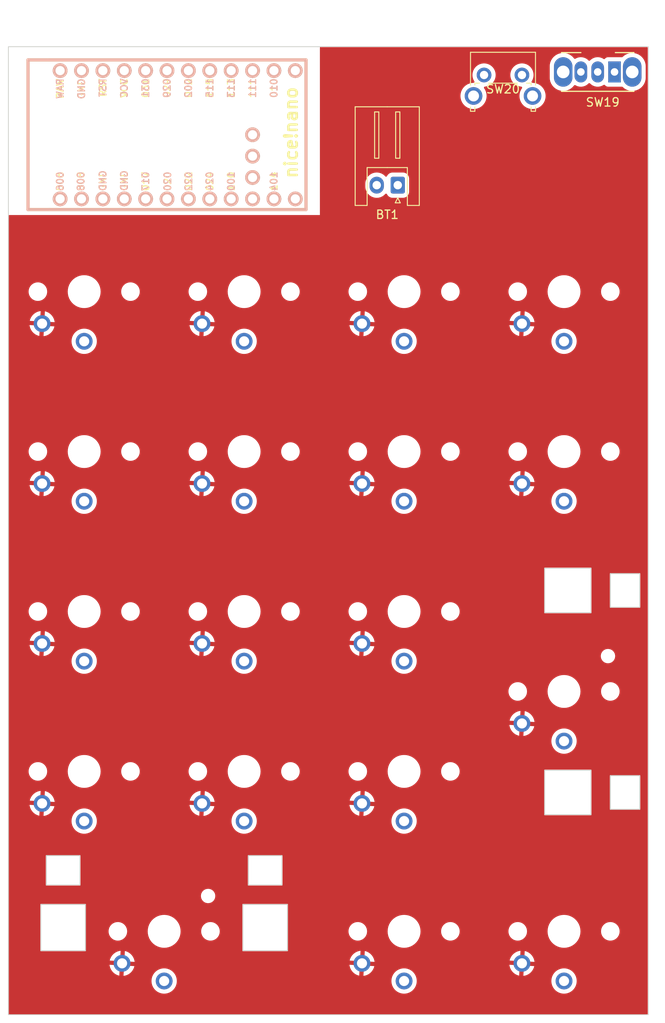
<source format=kicad_pcb>
(kicad_pcb (version 20221018) (generator pcbnew)

  (general
    (thickness 1.6)
  )

  (paper "A4")
  (layers
    (0 "F.Cu" signal)
    (31 "B.Cu" signal)
    (32 "B.Adhes" user "B.Adhesive")
    (33 "F.Adhes" user "F.Adhesive")
    (34 "B.Paste" user)
    (35 "F.Paste" user)
    (36 "B.SilkS" user "B.Silkscreen")
    (37 "F.SilkS" user "F.Silkscreen")
    (38 "B.Mask" user)
    (39 "F.Mask" user)
    (40 "Dwgs.User" user "User.Drawings")
    (41 "Cmts.User" user "User.Comments")
    (42 "Eco1.User" user "User.Eco1")
    (43 "Eco2.User" user "User.Eco2")
    (44 "Edge.Cuts" user)
    (45 "Margin" user)
    (46 "B.CrtYd" user "B.Courtyard")
    (47 "F.CrtYd" user "F.Courtyard")
    (48 "B.Fab" user)
    (49 "F.Fab" user)
    (50 "User.1" user)
    (51 "User.2" user)
    (52 "User.3" user)
    (53 "User.4" user)
    (54 "User.5" user)
    (55 "User.6" user)
    (56 "User.7" user)
    (57 "User.8" user)
    (58 "User.9" user)
  )

  (setup
    (pad_to_mask_clearance 0)
    (pcbplotparams
      (layerselection 0x00010fc_ffffffff)
      (plot_on_all_layers_selection 0x0000000_00000000)
      (disableapertmacros false)
      (usegerberextensions false)
      (usegerberattributes true)
      (usegerberadvancedattributes true)
      (creategerberjobfile true)
      (dashed_line_dash_ratio 12.000000)
      (dashed_line_gap_ratio 3.000000)
      (svgprecision 4)
      (plotframeref false)
      (viasonmask false)
      (mode 1)
      (useauxorigin false)
      (hpglpennumber 1)
      (hpglpenspeed 20)
      (hpglpendiameter 15.000000)
      (dxfpolygonmode true)
      (dxfimperialunits true)
      (dxfusepcbnewfont true)
      (psnegative false)
      (psa4output false)
      (plotreference true)
      (plotvalue true)
      (plotinvisibletext false)
      (sketchpadsonfab false)
      (subtractmaskfromsilk false)
      (outputformat 1)
      (mirror false)
      (drillshape 1)
      (scaleselection 1)
      (outputdirectory "")
    )
  )

  (net 0 "")
  (net 1 "unconnected-(BT1-+-Pad1)")
  (net 2 "unconnected-(BT1---Pad2)")
  (net 3 "/K1")
  (net 4 "GND")
  (net 5 "/K2")
  (net 6 "/K3")
  (net 7 "/K4")
  (net 8 "/K5")
  (net 9 "/K6")
  (net 10 "/K7")
  (net 11 "/K8")
  (net 12 "/K9")
  (net 13 "/K10")
  (net 14 "/K11")
  (net 15 "/K12")
  (net 16 "/K13")
  (net 17 "/K14")
  (net 18 "/K15")
  (net 19 "/K16")
  (net 20 "/K17")
  (net 21 "/K18")
  (net 22 "unconnected-(SW19-A-Pad1)")
  (net 23 "unconnected-(SW19-B-Pad2)")
  (net 24 "unconnected-(SW20-Pad1)")
  (net 25 "unconnected-(SW20-Pad2)")
  (net 26 "unconnected-(U1-TX0{slash}P0.06-Pad1)")
  (net 27 "unconnected-(U1-RX1{slash}P0.08-Pad2)")
  (net 28 "unconnected-(U1-GND-Pad3)")
  (net 29 "unconnected-(U1-GND-Pad4)")
  (net 30 "unconnected-(U1-P0.17-Pad5)")
  (net 31 "unconnected-(U1-P0.20-Pad6)")
  (net 32 "unconnected-(U1-P0.22-Pad7)")
  (net 33 "unconnected-(U1-P0.24-Pad8)")
  (net 34 "unconnected-(U1-P1.00-Pad9)")
  (net 35 "unconnected-(U1-P0.11-Pad10)")
  (net 36 "unconnected-(U1-P1.04-Pad11)")
  (net 37 "unconnected-(U1-P1.06-Pad12)")
  (net 38 "unconnected-(U1-NFC1{slash}P0.09-Pad13)")
  (net 39 "unconnected-(U1-NFC2{slash}P0.10-Pad14)")
  (net 40 "unconnected-(U1-P1.11-Pad15)")
  (net 41 "unconnected-(U1-P1.13-Pad16)")
  (net 42 "unconnected-(U1-P1.15-Pad17)")
  (net 43 "unconnected-(U1-AIN0{slash}P0.02-Pad18)")
  (net 44 "unconnected-(U1-AIN5{slash}P0.29-Pad19)")
  (net 45 "unconnected-(U1-AIN7{slash}P0.31-Pad20)")
  (net 46 "unconnected-(U1-VCC-Pad21)")
  (net 47 "unconnected-(U1-RST-Pad22)")
  (net 48 "unconnected-(U1-GND-Pad23)")
  (net 49 "unconnected-(U1-BATIN{slash}P0.04-Pad24)")
  (net 50 "unconnected-(U1-P1.01-Pad31)")
  (net 51 "unconnected-(U1-P1.02-Pad32)")
  (net 52 "unconnected-(U1-P1.07-Pad33)")

  (footprint "Keebio-Parts:Kailh-PG1350-1u-NoLED" (layer "F.Cu") (at 112 122.1))

  (footprint "Keebio-Parts:Kailh-PG1350-1u-NoLED" (layer "F.Cu") (at 112 141.1))

  (footprint "Keebio-Parts:Kailh-PG1350-1u-NoLED" (layer "F.Cu") (at 93 122.1))

  (footprint "Keebio-Parts:Kailh-PG1350-1u-NoLED" (layer "F.Cu") (at 131 103.1))

  (footprint "Keebio-Parts:Kailh-PG1350-1u-NoLED" (layer "F.Cu") (at 112 84.1))

  (footprint "Keebio-Parts:Kailh-PG1350-1u-NoLED" (layer "F.Cu") (at 93 84.1))

  (footprint "keyswitches:nice_nano" (layer "F.Cu") (at 85.11 65.46))

  (footprint "Button_Switch_THT:SW_CuK_OS102011MA1QN1_SPDT_Angled" (layer "F.Cu") (at 137 58 180))

  (footprint "Keebio-Parts:Kailh-PG1350-1u-NoLED" (layer "F.Cu") (at 74 84.1))

  (footprint "Keebio-Parts:Kailh-PG1350-1u-NoLED" (layer "F.Cu") (at 131 160.1))

  (footprint "Keebio-Parts:Kailh-PG1350-2u-NoLED" (layer "F.Cu") (at 83.5 160.1))

  (footprint "Keebio-Parts:Kailh-PG1350-2u-Vert-NoLED" (layer "F.Cu") (at 131 131.6))

  (footprint "Keebio-Parts:Kailh-PG1350-1u-NoLED" (layer "F.Cu") (at 74 141.1))

  (footprint "Keebio-Parts:Kailh-PG1350-1u-NoLED" (layer "F.Cu") (at 93 141.1))

  (footprint "Keebio-Parts:Kailh-PG1350-1u-NoLED" (layer "F.Cu") (at 74 103.1))

  (footprint "Keebio-Parts:Kailh-PG1350-1u-NoLED" (layer "F.Cu") (at 112 103.1))

  (footprint "Button_Switch_THT:SW_Tactile_SPST_Angled_PTS645Vx31-2LFS" (layer "F.Cu") (at 121.5 58.3625))

  (footprint "Keebio-Parts:Kailh-PG1350-1u-NoLED" (layer "F.Cu") (at 93 103.1))

  (footprint "Keebio-Parts:Kailh-PG1350-1u-NoLED" (layer "F.Cu") (at 112 160.1))

  (footprint "Keebio-Parts:Kailh-PG1350-1u-NoLED" (layer "F.Cu") (at 131 84.1))

  (footprint "Keebio-Parts:Kailh-PG1350-1u-NoLED" (layer "F.Cu") (at 74 122.1))

  (footprint "Connector_JST:JST_XH_S2B-XH-A_1x02_P2.50mm_Horizontal" (layer "F.Cu") (at 111.25 71.45 180))

  (gr_rect (start 65 55) (end 141 170)
    (stroke (width 0.1) (type default)) (fill none) (layer "Edge.Cuts") (tstamp 0148718e-da4e-4fcb-a5e1-f03147021142))

  (zone (net 4) (net_name "GND") (layer "F.Cu") (tstamp 03f8df8a-3d62-4f52-acd9-61e635a40701) (hatch edge 0.5)
    (connect_pads (clearance 0.5))
    (min_thickness 0.25) (filled_areas_thickness no)
    (fill yes (thermal_gap 0.5) (thermal_bridge_width 0.5))
    (polygon
      (pts
        (xy 64 75)
        (xy 64 171)
        (xy 143 171)
        (xy 143 54)
        (xy 102 54)
        (xy 102 75)
      )
    )
    (filled_polygon
      (layer "F.Cu")
      (pts
        (xy 140.942539 55.020185)
        (xy 140.988294 55.072989)
        (xy 140.9995 55.1245)
        (xy 140.9995 169.8755)
        (xy 140.979815 169.942539)
        (xy 140.927011 169.988294)
        (xy 140.8755 169.9995)
        (xy 65.1245 169.9995)
        (xy 65.057461 169.979815)
        (xy 65.011706 169.927011)
        (xy 65.0005 169.8755)
        (xy 65.0005 166.000005)
        (xy 81.994357 166.000005)
        (xy 82.01489 166.247812)
        (xy 82.014892 166.247824)
        (xy 82.075936 166.488881)
        (xy 82.175826 166.716606)
        (xy 82.311833 166.924782)
        (xy 82.311836 166.924785)
        (xy 82.480256 167.107738)
        (xy 82.676491 167.260474)
        (xy 82.89519 167.378828)
        (xy 83.130386 167.459571)
        (xy 83.375665 167.5005)
        (xy 83.624335 167.5005)
        (xy 83.869614 167.459571)
        (xy 84.10481 167.378828)
        (xy 84.323509 167.260474)
        (xy 84.519744 167.107738)
        (xy 84.688164 166.924785)
        (xy 84.824173 166.716607)
        (xy 84.924063 166.488881)
        (xy 84.985108 166.247821)
        (xy 85.005643 166.000005)
        (xy 110.494357 166.000005)
        (xy 110.51489 166.247812)
        (xy 110.514892 166.247824)
        (xy 110.575936 166.488881)
        (xy 110.675826 166.716606)
        (xy 110.811833 166.924782)
        (xy 110.811836 166.924785)
        (xy 110.980256 167.107738)
        (xy 111.176491 167.260474)
        (xy 111.39519 167.378828)
        (xy 111.630386 167.459571)
        (xy 111.875665 167.5005)
        (xy 112.124335 167.5005)
        (xy 112.369614 167.459571)
        (xy 112.60481 167.378828)
        (xy 112.823509 167.260474)
        (xy 113.019744 167.107738)
        (xy 113.188164 166.924785)
        (xy 113.324173 166.716607)
        (xy 113.424063 166.488881)
        (xy 113.485108 166.247821)
        (xy 113.505643 166.000005)
        (xy 129.494357 166.000005)
        (xy 129.51489 166.247812)
        (xy 129.514892 166.247824)
        (xy 129.575936 166.488881)
        (xy 129.675826 166.716606)
        (xy 129.811833 166.924782)
        (xy 129.811836 166.924785)
        (xy 129.980256 167.107738)
        (xy 130.176491 167.260474)
        (xy 130.39519 167.378828)
        (xy 130.630386 167.459571)
        (xy 130.875665 167.5005)
        (xy 131.124335 167.5005)
        (xy 131.369614 167.459571)
        (xy 131.60481 167.378828)
        (xy 131.823509 167.260474)
        (xy 132.019744 167.107738)
        (xy 132.188164 166.924785)
        (xy 132.324173 166.716607)
        (xy 132.424063 166.488881)
        (xy 132.485108 166.247821)
        (xy 132.505643 166)
        (xy 132.485108 165.752179)
        (xy 132.424063 165.511119)
        (xy 132.360282 165.365714)
        (xy 132.324173 165.283393)
        (xy 132.188166 165.075217)
        (xy 132.125711 165.007373)
        (xy 132.019744 164.892262)
        (xy 131.823509 164.739526)
        (xy 131.823507 164.739525)
        (xy 131.823506 164.739524)
        (xy 131.604811 164.621172)
        (xy 131.604802 164.621169)
        (xy 131.369616 164.540429)
        (xy 131.124335 164.4995)
        (xy 130.875665 164.4995)
        (xy 130.630383 164.540429)
        (xy 130.395197 164.621169)
        (xy 130.395188 164.621172)
        (xy 130.176493 164.739524)
        (xy 129.980257 164.892261)
        (xy 129.811833 165.075217)
        (xy 129.675826 165.283393)
        (xy 129.575936 165.511118)
        (xy 129.514892 165.752175)
        (xy 129.51489 165.752187)
        (xy 129.494357 165.999994)
        (xy 129.494357 166.000005)
        (xy 113.505643 166.000005)
        (xy 113.505643 166)
        (xy 113.485108 165.752179)
        (xy 113.424063 165.511119)
        (xy 113.360282 165.365714)
        (xy 113.324173 165.283393)
        (xy 113.188166 165.075217)
        (xy 113.125711 165.007373)
        (xy 113.019744 164.892262)
        (xy 112.823509 164.739526)
        (xy 112.823507 164.739525)
        (xy 112.823506 164.739524)
        (xy 112.604811 164.621172)
        (xy 112.604802 164.621169)
        (xy 112.369616 164.540429)
        (xy 112.124335 164.4995)
        (xy 111.875665 164.4995)
        (xy 111.630383 164.540429)
        (xy 111.395197 164.621169)
        (xy 111.395188 164.621172)
        (xy 111.176493 164.739524)
        (xy 110.980257 164.892261)
        (xy 110.811833 165.075217)
        (xy 110.675826 165.283393)
        (xy 110.575936 165.511118)
        (xy 110.514892 165.752175)
        (xy 110.51489 165.752187)
        (xy 110.494357 165.999994)
        (xy 110.494357 166.000005)
        (xy 85.005643 166.000005)
        (xy 85.005643 166)
        (xy 84.985108 165.752179)
        (xy 84.924063 165.511119)
        (xy 84.860282 165.365714)
        (xy 84.824173 165.283393)
        (xy 84.688166 165.075217)
        (xy 84.625711 165.007373)
        (xy 84.519744 164.892262)
        (xy 84.323509 164.739526)
        (xy 84.323507 164.739525)
        (xy 84.323506 164.739524)
        (xy 84.104811 164.621172)
        (xy 84.104802 164.621169)
        (xy 83.869616 164.540429)
        (xy 83.624335 164.4995)
        (xy 83.375665 164.4995)
        (xy 83.130383 164.540429)
        (xy 82.895197 164.621169)
        (xy 82.895188 164.621172)
        (xy 82.676493 164.739524)
        (xy 82.480257 164.892261)
        (xy 82.311833 165.075217)
        (xy 82.175826 165.283393)
        (xy 82.075936 165.511118)
        (xy 82.014892 165.752175)
        (xy 82.01489 165.752187)
        (xy 81.994357 165.999994)
        (xy 81.994357 166.000005)
        (xy 65.0005 166.000005)
        (xy 65.0005 164.069612)
        (xy 77.008912 164.069612)
        (xy 77.015385 164.147729)
        (xy 77.015387 164.147738)
        (xy 77.076412 164.388717)
        (xy 77.176267 164.616367)
        (xy 77.312232 164.824478)
        (xy 77.480592 165.007364)
        (xy 77.480602 165.007373)
        (xy 77.676762 165.160051)
        (xy 77.676771 165.160057)
        (xy 77.895385 165.278364)
        (xy 77.895395 165.278369)
        (xy 78.130509 165.359084)
        (xy 78.170251 165.365714)
        (xy 78.21162 164.601875)
        (xy 78.234902 164.535998)
        (xy 78.290103 164.493166)
        (xy 78.351621 164.485642)
        (xy 78.460677 164.5)
        (xy 78.460684 164.5)
        (xy 78.539316 164.5)
        (xy 78.539323 164.5)
        (xy 78.571071 164.49582)
        (xy 78.640106 164.506585)
        (xy 78.692362 164.552964)
        (xy 78.711248 164.620233)
        (xy 78.711076 164.625465)
        (xy 78.669538 165.39245)
        (xy 78.869493 165.359083)
        (xy 79.104603 165.278369)
        (xy 79.104614 165.278364)
        (xy 79.323228 165.160057)
        (xy 79.323237 165.160051)
        (xy 79.519397 165.007373)
        (xy 79.519407 165.007364)
        (xy 79.687767 164.824478)
        (xy 79.823732 164.616367)
        (xy 79.923588 164.388716)
        (xy 79.963869 164.229647)
        (xy 79.201875 164.188378)
        (xy 79.135998 164.165096)
        (xy 79.093166 164.109895)
        (xy 79.088239 164.069612)
        (xy 105.508912 164.069612)
        (xy 105.515385 164.147729)
        (xy 105.515387 164.147738)
        (xy 105.576412 164.388717)
        (xy 105.676267 164.616367)
        (xy 105.812232 164.824478)
        (xy 105.980592 165.007364)
        (xy 105.980602 165.007373)
        (xy 106.176762 165.160051)
        (xy 106.176771 165.160057)
        (xy 106.395385 165.278364)
        (xy 106.395395 165.278369)
        (xy 106.630509 165.359084)
        (xy 106.670251 165.365714)
        (xy 106.71162 164.601875)
        (xy 106.734902 164.535998)
        (xy 106.790103 164.493166)
        (xy 106.851621 164.485642)
        (xy 106.960677 164.5)
        (xy 106.960684 164.5)
        (xy 107.039316 164.5)
        (xy 107.039323 164.5)
        (xy 107.071071 164.49582)
        (xy 107.140106 164.506585)
        (xy 107.192362 164.552964)
        (xy 107.211248 164.620233)
        (xy 107.211076 164.625465)
        (xy 107.169538 165.39245)
        (xy 107.369493 165.359083)
        (xy 107.604603 165.278369)
        (xy 107.604614 165.278364)
        (xy 107.823228 165.160057)
        (xy 107.823237 165.160051)
        (xy 108.019397 165.007373)
        (xy 108.019407 165.007364)
        (xy 108.187767 164.824478)
        (xy 108.323732 164.616367)
        (xy 108.423588 164.388716)
        (xy 108.463869 164.229647)
        (xy 107.701875 164.188378)
        (xy 107.635998 164.165096)
        (xy 107.593166 164.109895)
        (xy 107.588239 164.069612)
        (xy 124.508912 164.069612)
        (xy 124.515385 164.147729)
        (xy 124.515387 164.147738)
        (xy 124.576412 164.388717)
        (xy 124.676267 164.616367)
        (xy 124.812232 164.824478)
        (xy 124.980592 165.007364)
        (xy 124.980602 165.007373)
        (xy 125.176762 165.160051)
        (xy 125.176771 165.160057)
        (xy 125.395385 165.278364)
        (xy 125.395395 165.278369)
        (xy 125.630509 165.359084)
        (xy 125.670251 165.365714)
        (xy 125.71162 164.601875)
        (xy 125.734902 164.535998)
        (xy 125.790103 164.493166)
        (xy 125.851621 164.485642)
        (xy 125.960677 164.5)
        (xy 125.960684 164.5)
        (xy 126.039316 164.5)
        (xy 126.039323 164.5)
        (xy 126.071071 164.49582)
        (xy 126.140106 164.506585)
        (xy 126.192362 164.552964)
        (xy 126.211248 164.620233)
        (xy 126.211076 164.625465)
        (xy 126.169538 165.39245)
        (xy 126.369493 165.359083)
        (xy 126.604603 165.278369)
        (xy 126.604614 165.278364)
        (xy 126.823228 165.160057)
        (xy 126.823237 165.160051)
        (xy 127.019397 165.007373)
        (xy 127.019407 165.007364)
        (xy 127.187767 164.824478)
        (xy 127.323732 164.616367)
        (xy 127.423588 164.388716)
        (xy 127.463869 164.229647)
        (xy 126.701875 164.188378)
        (xy 126.635998 164.165096)
        (xy 126.593166 164.109895)
        (xy 126.585642 164.048377)
        (xy 126.605177 163.9)
        (xy 126.595819 163.828924)
        (xy 126.606584 163.759892)
        (xy 126.652963 163.707636)
        (xy 126.720232 163.68875)
        (xy 126.725464 163.688922)
        (xy 127.491085 163.730386)
        (xy 127.484612 163.652259)
        (xy 127.423588 163.411283)
        (xy 127.323732 163.183632)
        (xy 127.187767 162.975521)
        (xy 127.019407 162.792635)
        (xy 127.019397 162.792626)
        (xy 126.823237 162.639948)
        (xy 126.823228 162.639942)
        (xy 126.604614 162.521635)
        (xy 126.604603 162.52163)
        (xy 126.369492 162.440916)
        (xy 126.329747 162.434283)
        (xy 126.288378 163.198124)
        (xy 126.265096 163.264001)
        (xy 126.209895 163.306833)
        (xy 126.148373 163.314356)
        (xy 126.129411 163.31186)
        (xy 126.03933 163.3)
        (xy 126.039323 163.3)
        (xy 125.960677 163.3)
        (xy 125.960674 163.3)
        (xy 125.928923 163.30418)
        (xy 125.859888 163.293412)
        (xy 125.807634 163.247031)
        (xy 125.78875 163.179761)
        (xy 125.788922 163.174534)
        (xy 125.83046 162.407549)
        (xy 125.630507 162.440916)
        (xy 125.395396 162.52163)
        (xy 125.395385 162.521635)
        (xy 125.176771 162.639942)
        (xy 125.176762 162.639948)
        (xy 124.980602 162.792626)
        (xy 124.980592 162.792635)
        (xy 124.812232 162.975521)
        (xy 124.676267 163.183632)
        (xy 124.576413 163.411277)
        (xy 124.576411 163.411283)
        (xy 124.536129 163.570351)
        (xy 125.298124 163.61162)
        (xy 125.364001 163.634902)
        (xy 125.406833 163.690103)
        (xy 125.414357 163.751624)
        (xy 125.394823 163.899998)
        (xy 125.394822 163.900002)
        (xy 125.404179 163.971073)
        (xy 125.393413 164.040108)
        (xy 125.347033 164.092363)
        (xy 125.279763 164.111248)
        (xy 125.274534 164.111076)
        (xy 124.508913 164.069612)
        (xy 124.508912 164.069612)
        (xy 107.588239 164.069612)
        (xy 107.585642 164.048377)
        (xy 107.605177 163.9)
        (xy 107.595819 163.828924)
        (xy 107.606584 163.759892)
        (xy 107.652963 163.707636)
        (xy 107.720232 163.68875)
        (xy 107.725464 163.688922)
        (xy 108.491085 163.730386)
        (xy 108.484612 163.652259)
        (xy 108.423588 163.411283)
        (xy 108.323732 163.183632)
        (xy 108.187767 162.975521)
        (xy 108.019407 162.792635)
        (xy 108.019397 162.792626)
        (xy 107.823237 162.639948)
        (xy 107.823228 162.639942)
        (xy 107.604614 162.521635)
        (xy 107.604603 162.52163)
        (xy 107.369492 162.440916)
        (xy 107.329746 162.434283)
        (xy 107.288378 163.198124)
        (xy 107.265096 163.264001)
        (xy 107.209895 163.306833)
        (xy 107.148373 163.314356)
        (xy 107.129411 163.31186)
        (xy 107.03933 163.3)
        (xy 107.039323 163.3)
        (xy 106.960677 163.3)
        (xy 106.960674 163.3)
        (xy 106.928923 163.30418)
        (xy 106.859888 163.293412)
        (xy 106.807634 163.247031)
        (xy 106.78875 163.179761)
        (xy 106.788922 163.174534)
        (xy 106.83046 162.407549)
        (xy 106.630507 162.440916)
        (xy 106.395396 162.52163)
        (xy 106.395385 162.521635)
        (xy 106.176771 162.639942)
        (xy 106.176762 162.639948)
        (xy 105.980602 162.792626)
        (xy 105.980592 162.792635)
        (xy 105.812232 162.975521)
        (xy 105.676267 163.183632)
        (xy 105.576413 163.411277)
        (xy 105.576411 163.411283)
        (xy 105.536129 163.570351)
        (xy 106.298124 163.61162)
        (xy 106.364001 163.634902)
        (xy 106.406833 163.690103)
        (xy 106.414357 163.751624)
        (xy 106.394823 163.899998)
        (xy 106.394822 163.900002)
        (xy 106.404179 163.971073)
        (xy 106.393413 164.040108)
        (xy 106.347033 164.092363)
        (xy 106.279763 164.111248)
        (xy 106.274534 164.111076)
        (xy 105.508913 164.069612)
        (xy 105.508912 164.069612)
        (xy 79.088239 164.069612)
        (xy 79.085642 164.048377)
        (xy 79.105177 163.9)
        (xy 79.095819 163.828924)
        (xy 79.106584 163.759892)
        (xy 79.152963 163.707636)
        (xy 79.220232 163.68875)
        (xy 79.225464 163.688922)
        (xy 79.991085 163.730386)
        (xy 79.984612 163.652259)
        (xy 79.923588 163.411283)
        (xy 79.823732 163.183632)
        (xy 79.687767 162.975521)
        (xy 79.519407 162.792635)
        (xy 79.519397 162.792626)
        (xy 79.323237 162.639948)
        (xy 79.323228 162.639942)
        (xy 79.104614 162.521635)
        (xy 79.104603 162.52163)
        (xy 78.869492 162.440916)
        (xy 78.829746 162.434283)
        (xy 78.788378 163.198124)
        (xy 78.765096 163.264001)
        (xy 78.709895 163.306833)
        (xy 78.648373 163.314356)
        (xy 78.629411 163.31186)
        (xy 78.53933 163.3)
        (xy 78.539323 163.3)
        (xy 78.460677 163.3)
        (xy 78.460674 163.3)
        (xy 78.428923 163.30418)
        (xy 78.359888 163.293412)
        (xy 78.307634 163.247031)
        (xy 78.28875 163.179761)
        (xy 78.288922 163.174534)
        (xy 78.33046 162.407549)
        (xy 78.130507 162.440916)
        (xy 77.895396 162.52163)
        (xy 77.895385 162.521635)
        (xy 77.676771 162.639942)
        (xy 77.676762 162.639948)
        (xy 77.480602 162.792626)
        (xy 77.480592 162.792635)
        (xy 77.312232 162.975521)
        (xy 77.176267 163.183632)
        (xy 77.076413 163.411277)
        (xy 77.076411 163.411283)
        (xy 77.036129 163.570351)
        (xy 77.798124 163.61162)
        (xy 77.864001 163.634902)
        (xy 77.906833 163.690103)
        (xy 77.914357 163.751624)
        (xy 77.894823 163.899998)
        (xy 77.894823 163.900002)
        (xy 77.904179 163.971073)
        (xy 77.893413 164.040108)
        (xy 77.847033 164.092363)
        (xy 77.779763 164.111248)
        (xy 77.774534 164.111076)
        (xy 77.008913 164.069612)
        (xy 77.008912 164.069612)
        (xy 65.0005 164.069612)
        (xy 65.0005 162.375889)
        (xy 68.849416 162.375889)
        (xy 68.849459 162.400001)
        (xy 68.8495 162.400099)
        (xy 68.849616 162.400382)
        (xy 68.849618 162.400384)
        (xy 68.849808 162.400462)
        (xy 68.85 162.400541)
        (xy 68.850002 162.400539)
        (xy 68.874616 162.400524)
        (xy 68.874616 162.400528)
        (xy 68.87476 162.4005)
        (xy 74.12524 162.4005)
        (xy 74.125383 162.400528)
        (xy 74.125384 162.400524)
        (xy 74.149997 162.400539)
        (xy 74.15 162.400541)
        (xy 74.150383 162.400383)
        (xy 74.1505 162.400099)
        (xy 74.150541 162.4)
        (xy 74.15054 162.399997)
        (xy 74.150583 162.375889)
        (xy 92.849416 162.375889)
        (xy 92.849459 162.400001)
        (xy 92.8495 162.400099)
        (xy 92.849616 162.400382)
        (xy 92.849618 162.400384)
        (xy 92.849808 162.400462)
        (xy 92.85 162.400541)
        (xy 92.850002 162.400539)
        (xy 92.874616 162.400524)
        (xy 92.874616 162.400528)
        (xy 92.87476 162.4005)
        (xy 98.12524 162.4005)
        (xy 98.125383 162.400528)
        (xy 98.125384 162.400524)
        (xy 98.149997 162.400539)
        (xy 98.15 162.400541)
        (xy 98.150383 162.400383)
        (xy 98.1505 162.400099)
        (xy 98.150541 162.4)
        (xy 98.15054 162.399997)
        (xy 98.150583 162.375889)
        (xy 98.1505 162.375467)
        (xy 98.1505 160.047401)
        (xy 105.395746 160.047401)
        (xy 105.405745 160.257327)
        (xy 105.455296 160.461578)
        (xy 105.455298 160.461582)
        (xy 105.542598 160.652743)
        (xy 105.542601 160.652748)
        (xy 105.542602 160.65275)
        (xy 105.542604 160.652753)
        (xy 105.605627 160.741256)
        (xy 105.664515 160.823953)
        (xy 105.66452 160.823959)
        (xy 105.81662 160.968985)
        (xy 105.911578 161.030011)
        (xy 105.993428 161.082613)
        (xy 106.188543 161.160725)
        (xy 106.291729 161.180612)
        (xy 106.394914 161.2005)
        (xy 106.394915 161.2005)
        (xy 106.552419 161.2005)
        (xy 106.552425 161.2005)
        (xy 106.709218 161.185528)
        (xy 106.910875 161.126316)
        (xy 107.097682 161.030011)
        (xy 107.262886 160.900092)
        (xy 107.400519 160.741256)
        (xy 107.505604 160.559244)
        (xy 107.574344 160.360633)
        (xy 107.604254 160.152602)
        (xy 107.601748 160.100001)
        (xy 110.044518 160.100001)
        (xy 110.064422 160.378299)
        (xy 110.103785 160.559244)
        (xy 110.123729 160.650923)
        (xy 110.184266 160.81323)
        (xy 110.221231 160.912338)
        (xy 110.221233 160.912342)
        (xy 110.35494 161.157207)
        (xy 110.354945 161.157215)
        (xy 110.522138 161.38056)
        (xy 110.522154 161.380578)
        (xy 110.719421 161.577845)
        (xy 110.719439 161.577861)
        (xy 110.942784 161.745054)
        (xy 110.942792 161.745059)
        (xy 111.187657 161.878766)
        (xy 111.187661 161.878768)
        (xy 111.187663 161.878769)
        (xy 111.449077 161.976271)
        (xy 111.585391 162.005924)
        (xy 111.7217 162.035577)
        (xy 111.721702 162.035577)
        (xy 111.721706 162.035578)
        (xy 111.930343 162.0505)
        (xy 112.069657 162.0505)
        (xy 112.278294 162.035578)
        (xy 112.550923 161.976271)
        (xy 112.812337 161.878769)
        (xy 113.057213 161.745056)
        (xy 113.280568 161.577855)
        (xy 113.477855 161.380568)
        (xy 113.645056 161.157213)
        (xy 113.778769 160.912337)
        (xy 113.876271 160.650923)
        (xy 113.935578 160.378294)
        (xy 113.955482 160.1)
        (xy 113.95172 160.047401)
        (xy 116.395746 160.047401)
        (xy 116.405745 160.257327)
        (xy 116.455296 160.461578)
        (xy 116.455298 160.461582)
        (xy 116.542598 160.652743)
        (xy 116.542601 160.652748)
        (xy 116.542602 160.65275)
        (xy 116.542604 160.652753)
        (xy 116.605627 160.741256)
        (xy 116.664515 160.823953)
        (xy 116.66452 160.823959)
        (xy 116.81662 160.968985)
        (xy 116.911578 161.030011)
        (xy 116.993428 161.082613)
        (xy 117.188543 161.160725)
        (xy 117.291728 161.180612)
        (xy 117.394914 161.2005)
        (xy 117.394915 161.2005)
        (xy 117.552419 161.2005)
        (xy 117.552425 161.2005)
        (xy 117.709218 161.185528)
        (xy 117.910875 161.126316)
        (xy 118.097682 161.030011)
        (xy 118.262886 160.900092)
        (xy 118.400519 160.741256)
        (xy 118.505604 160.559244)
        (xy 118.574344 160.360633)
        (xy 118.604254 160.152602)
        (xy 118.599243 160.047401)
        (xy 124.395746 160.047401)
        (xy 124.405745 160.257327)
        (xy 124.455296 160.461578)
        (xy 124.455298 160.461582)
        (xy 124.542598 160.652743)
        (xy 124.542601 160.652748)
        (xy 124.542602 160.65275)
        (xy 124.542604 160.652753)
        (xy 124.605627 160.741256)
        (xy 124.664515 160.823953)
        (xy 124.66452 160.823959)
        (xy 124.81662 160.968985)
        (xy 124.911578 161.030011)
        (xy 124.993428 161.082613)
        (xy 125.188543 161.160725)
        (xy 125.291728 161.180612)
        (xy 125.394914 161.2005)
        (xy 125.394915 161.2005)
        (xy 125.552419 161.2005)
        (xy 125.552425 161.2005)
        (xy 125.709218 161.185528)
        (xy 125.910875 161.126316)
        (xy 126.097682 161.030011)
        (xy 126.262886 160.900092)
        (xy 126.400519 160.741256)
        (xy 126.505604 160.559244)
        (xy 126.574344 160.360633)
        (xy 126.604254 160.152602)
        (xy 126.601748 160.100001)
        (xy 129.044518 160.100001)
        (xy 129.064422 160.378299)
        (xy 129.103785 160.559244)
        (xy 129.123729 160.650923)
        (xy 129.184266 160.81323)
        (xy 129.221231 160.912338)
        (xy 129.221233 160.912342)
        (xy 129.35494 161.157207)
        (xy 129.354945 161.157215)
        (xy 129.522138 161.38056)
        (xy 129.522154 161.380578)
        (xy 129.719421 161.577845)
        (xy 129.719439 161.577861)
        (xy 129.942784 161.745054)
        (xy 129.942792 161.745059)
        (xy 130.187657 161.878766)
        (xy 130.187661 161.878768)
        (xy 130.187663 161.878769)
        (xy 130.449077 161.976271)
        (xy 130.585391 162.005924)
        (xy 130.7217 162.035577)
        (xy 130.721702 162.035577)
        (xy 130.721706 162.035578)
        (xy 130.930343 162.0505)
        (xy 131.069657 162.0505)
        (xy 131.278294 162.035578)
        (xy 131.550923 161.976271)
        (xy 131.812337 161.878769)
        (xy 132.057213 161.745056)
        (xy 132.280568 161.577855)
        (xy 132.477855 161.380568)
        (xy 132.645056 161.157213)
        (xy 132.778769 160.912337)
        (xy 132.876271 160.650923)
        (xy 132.935578 160.378294)
        (xy 132.955482 160.1)
        (xy 132.95172 160.047401)
        (xy 135.395746 160.047401)
        (xy 135.405745 160.257327)
        (xy 135.455296 160.461578)
        (xy 135.455298 160.461582)
        (xy 135.542598 160.652743)
        (xy 135.542601 160.652748)
        (xy 135.542602 160.65275)
        (xy 135.542604 160.652753)
        (xy 135.605627 160.741256)
        (xy 135.664515 160.823953)
        (xy 135.66452 160.823959)
        (xy 135.81662 160.968985)
        (xy 135.911578 161.030011)
        (xy 135.993428 161.082613)
        (xy 136.188543 161.160725)
        (xy 136.291729 161.180612)
        (xy 136.394914 161.2005)
        (xy 136.394915 161.2005)
        (xy 136.552419 161.2005)
        (xy 136.552425 161.2005)
        (xy 136.709218 161.185528)
        (xy 136.910875 161.126316)
        (xy 137.097682 161.030011)
        (xy 137.262886 160.900092)
        (xy 137.400519 160.741256)
        (xy 137.505604 160.559244)
        (xy 137.574344 160.360633)
        (xy 137.604254 160.152602)
        (xy 137.594254 159.94267)
        (xy 137.544704 159.738424)
        (xy 137.544701 159.738417)
        (xy 137.457401 159.547256)
        (xy 137.457398 159.547251)
        (xy 137.457397 159.54725)
        (xy 137.457396 159.547247)
        (xy 137.335486 159.376048)
        (xy 137.335484 159.376046)
        (xy 137.335479 159.37604)
        (xy 137.183379 159.231014)
        (xy 137.006574 159.117388)
        (xy 136.811455 159.039274)
        (xy 136.605086 158.9995)
        (xy 136.605085 158.9995)
        (xy 136.447575 158.9995)
        (xy 136.290781 159.014472)
        (xy 136.290782 159.014472)
        (xy 136.290778 159.014473)
        (xy 136.089127 159.073683)
        (xy 135.902313 159.169991)
        (xy 135.737116 159.299905)
        (xy 135.737112 159.299909)
        (xy 135.599478 159.458746)
        (xy 135.494398 159.64075)
        (xy 135.425656 159.839365)
        (xy 135.425656 159.839367)
        (xy 135.410804 159.94267)
        (xy 135.395746 160.047401)
        (xy 132.95172 160.047401)
        (xy 132.935578 159.821706)
        (xy 132.91746 159.738421)
        (xy 132.876272 159.549083)
        (xy 132.876271 159.549077)
        (xy 132.778769 159.287663)
        (xy 132.685791 159.117388)
        (xy 132.645059 159.042792)
        (xy 132.645054 159.042784)
        (xy 132.477861 158.819439)
        (xy 132.477845 158.819421)
        (xy 132.280578 158.622154)
        (xy 132.28056 158.622138)
        (xy 132.057215 158.454945)
        (xy 132.057207 158.45494)
        (xy 131.812342 158.321233)
        (xy 131.812338 158.321231)
        (xy 131.71323 158.284266)
        (xy 131.550923 158.223729)
        (xy 131.550919 158.223728)
        (xy 131.550916 158.223727)
        (xy 131.278299 158.164422)
        (xy 131.069657 158.1495)
        (xy 130.930343 158.1495)
        (xy 130.7217 158.164422)
        (xy 130.449083 158.223727)
        (xy 130.449078 158.223728)
        (xy 130.449077 158.223729)
        (xy 130.385875 158.247301)
        (xy 130.187661 158.321231)
        (xy 130.187657 158.321233)
        (xy 129.942792 158.45494)
        (xy 129.942784 158.454945)
        (xy 129.719439 158.622138)
        (xy 129.719421 158.622154)
        (xy 129.522154 158.819421)
        (xy 129.522138 158.819439)
        (xy 129.354945 159.042784)
        (xy 129.35494 159.042792)
        (xy 129.221233 159.287657)
        (xy 129.221231 159.287661)
        (xy 129.123727 159.549083)
        (xy 129.064422 159.8217)
        (xy 129.044518 160.099998)
        (xy 129.044518 160.100001)
        (xy 126.601748 160.100001)
        (xy 126.594254 159.94267)
        (xy 126.544704 159.738424)
        (xy 126.544701 159.738417)
        (xy 126.457401 159.547256)
        (xy 126.457398 159.547251)
        (xy 126.457397 159.54725)
        (xy 126.457396 159.547247)
        (xy 126.335486 159.376048)
        (xy 126.335484 159.376046)
        (xy 126.335479 159.37604)
        (xy 126.183379 159.231014)
        (xy 126.006574 159.117388)
        (xy 125.811455 159.039274)
        (xy 125.605086 158.9995)
        (xy 125.605085 158.9995)
        (xy 125.447575 158.9995)
        (xy 125.290782 159.014472)
        (xy 125.290778 159.014473)
        (xy 125.089127 159.073683)
        (xy 124.902313 159.169991)
        (xy 124.737116 159.299905)
        (xy 124.737112 159.299909)
        (xy 124.599478 159.458746)
        (xy 124.494398 159.64075)
        (xy 124.425656 159.839365)
        (xy 124.425656 159.839367)
        (xy 124.410804 159.94267)
        (xy 124.395746 160.047401)
        (xy 118.599243 160.047401)
        (xy 118.594254 159.94267)
        (xy 118.544704 159.738424)
        (xy 118.544701 159.738417)
        (xy 118.457401 159.547256)
        (xy 118.457398 159.547251)
        (xy 118.457397 159.54725)
        (xy 118.457396 159.547247)
        (xy 118.335486 159.376048)
        (xy 118.335484 159.376046)
        (xy 118.335479 159.37604)
        (xy 118.183379 159.231014)
        (xy 118.006574 159.117388)
        (xy 117.811455 159.039274)
        (xy 117.605086 158.9995)
        (xy 117.605085 158.9995)
        (xy 117.447575 158.9995)
        (xy 117.290782 159.014472)
        (xy 117.290778 159.014473)
        (xy 117.089127 159.073683)
        (xy 116.902313 159.169991)
        (xy 116.737116 159.299905)
        (xy 116.737112 159.299909)
        (xy 116.599478 159.458746)
        (xy 116.494398 159.64075)
        (xy 116.425656 159.839365)
        (xy 116.425656 159.839367)
        (xy 116.410804 159.94267)
        (xy 116.395746 160.047401)
        (xy 113.95172 160.047401)
        (xy 113.935578 159.821706)
        (xy 113.91746 159.738421)
        (xy 113.876272 159.549083)
        (xy 113.876271 159.549077)
        (xy 113.778769 159.287663)
        (xy 113.685791 159.117388)
        (xy 113.645059 159.042792)
        (xy 113.645054 159.042784)
        (xy 113.477861 158.819439)
        (xy 113.477845 158.819421)
        (xy 113.280578 158.622154)
        (xy 113.28056 158.622138)
        (xy 113.057215 158.454945)
        (xy 113.057207 158.45494)
        (xy 112.812342 158.321233)
        (xy 112.812338 158.321231)
        (xy 112.71323 158.284266)
        (xy 112.550923 158.223729)
        (xy 112.550919 158.223728)
        (xy 112.550916 158.223727)
        (xy 112.278299 158.164422)
        (xy 112.069657 158.1495)
        (xy 111.930343 158.1495)
        (xy 111.7217 158.164422)
        (xy 111.449083 158.223727)
        (xy 111.449078 158.223728)
        (xy 111.449077 158.223729)
        (xy 111.385875 158.247301)
        (xy 111.187661 158.321231)
        (xy 111.187657 158.321233)
        (xy 110.942792 158.45494)
        (xy 110.942784 158.454945)
        (xy 110.719439 158.622138)
        (xy 110.719421 158.622154)
        (xy 110.522154 158.819421)
        (xy 110.522138 158.819439)
        (xy 110.354945 159.042784)
        (xy 110.35494 159.042792)
        (xy 110.221233 159.287657)
        (xy 110.221231 159.287661)
        (xy 110.123727 159.549083)
        (xy 110.064422 159.8217)
        (xy 110.044518 160.099998)
        (xy 110.044518 160.100001)
        (xy 107.601748 160.100001)
        (xy 107.594254 159.94267)
        (xy 107.544704 159.738424)
        (xy 107.544701 159.738417)
        (xy 107.457401 159.547256)
        (xy 107.457398 159.547251)
        (xy 107.457397 159.54725)
        (xy 107.457396 159.547247)
        (xy 107.335486 159.376048)
        (xy 107.335484 159.376046)
        (xy 107.335479 159.37604)
        (xy 107.183379 159.231014)
        (xy 107.006574 159.117388)
        (xy 106.811455 159.039274)
        (xy 106.605086 158.9995)
        (xy 106.605085 158.9995)
        (xy 106.447575 158.9995)
        (xy 106.290781 159.014472)
        (xy 106.290782 159.014472)
        (xy 106.290778 159.014473)
        (xy 106.089127 159.073683)
        (xy 105.902313 159.169991)
        (xy 105.737116 159.299905)
        (xy 105.737112 159.299909)
        (xy 105.599478 159.458746)
        (xy 105.494398 159.64075)
        (xy 105.425656 159.839365)
        (xy 105.425656 159.839367)
        (xy 105.410804 159.94267)
        (xy 105.395746 160.047401)
        (xy 98.1505 160.047401)
        (xy 98.1505 156.924759)
        (xy 98.150528 156.924616)
        (xy 98.150524 156.924616)
        (xy 98.150539 156.900002)
        (xy 98.150541 156.9)
        (xy 98.150462 156.899808)
        (xy 98.150384 156.899618)
        (xy 98.150382 156.899616)
        (xy 98.150099 156.8995)
        (xy 98.15 156.899459)
        (xy 98.125446 156.899459)
        (xy 98.12524 156.8995)
        (xy 92.87476 156.8995)
        (xy 92.874554 156.899459)
        (xy 92.85 156.899459)
        (xy 92.849901 156.8995)
        (xy 92.849617 156.899616)
        (xy 92.849615 156.899618)
        (xy 92.849459 156.899999)
        (xy 92.849476 156.924616)
        (xy 92.849471 156.924616)
        (xy 92.8495 156.924759)
        (xy 92.8495 162.375467)
        (xy 92.849416 162.375889)
        (xy 74.150583 162.375889)
        (xy 74.1505 162.375467)
        (xy 74.1505 160.047401)
        (xy 76.895746 160.047401)
        (xy 76.905745 160.257327)
        (xy 76.955296 160.461578)
        (xy 76.955298 160.461582)
        (xy 77.042598 160.652743)
        (xy 77.042601 160.652748)
        (xy 77.042602 160.65275)
        (xy 77.042604 160.652753)
        (xy 77.105627 160.741256)
        (xy 77.164515 160.823953)
        (xy 77.16452 160.823959)
        (xy 77.31662 160.968985)
        (xy 77.411578 161.030011)
        (xy 77.493428 161.082613)
        (xy 77.688543 161.160725)
        (xy 77.791729 161.180612)
        (xy 77.894914 161.2005)
        (xy 77.894915 161.2005)
        (xy 78.052419 161.2005)
        (xy 78.052425 161.2005)
        (xy 78.209218 161.185528)
        (xy 78.410875 161.126316)
        (xy 78.597682 161.030011)
        (xy 78.762886 160.900092)
        (xy 78.900519 160.741256)
        (xy 79.005604 160.559244)
        (xy 79.074344 160.360633)
        (xy 79.104254 160.152602)
        (xy 79.101748 160.100001)
        (xy 81.544518 160.100001)
        (xy 81.564422 160.378299)
        (xy 81.603785 160.559244)
        (xy 81.623729 160.650923)
        (xy 81.684266 160.81323)
        (xy 81.721231 160.912338)
        (xy 81.721233 160.912342)
        (xy 81.85494 161.157207)
        (xy 81.854945 161.157215)
        (xy 82.022138 161.38056)
        (xy 82.022154 161.380578)
        (xy 82.219421 161.577845)
        (xy 82.219439 161.577861)
        (xy 82.442784 161.745054)
        (xy 82.442792 161.745059)
        (xy 82.687657 161.878766)
        (xy 82.687661 161.878768)
        (xy 82.687663 161.878769)
        (xy 82.949077 161.976271)
        (xy 83.085391 162.005924)
        (xy 83.2217 162.035577)
        (xy 83.221702 162.035577)
        (xy 83.221706 162.035578)
        (xy 83.430343 162.0505)
        (xy 83.569657 162.0505)
        (xy 83.778294 162.035578)
        (xy 84.050923 161.976271)
        (xy 84.312337 161.878769)
        (xy 84.557213 161.745056)
        (xy 84.780568 161.577855)
        (xy 84.977855 161.380568)
        (xy 85.145056 161.157213)
        (xy 85.278769 160.912337)
        (xy 85.376271 160.650923)
        (xy 85.435578 160.378294)
        (xy 85.455482 160.1)
        (xy 85.45172 160.047401)
        (xy 87.895746 160.047401)
        (xy 87.905745 160.257327)
        (xy 87.955296 160.461578)
        (xy 87.955298 160.461582)
        (xy 88.042598 160.652743)
        (xy 88.042601 160.652748)
        (xy 88.042602 160.65275)
        (xy 88.042604 160.652753)
        (xy 88.105627 160.741256)
        (xy 88.164515 160.823953)
        (xy 88.16452 160.823959)
        (xy 88.31662 160.968985)
        (xy 88.411578 161.030011)
        (xy 88.493428 161.082613)
        (xy 88.688543 161.160725)
        (xy 88.791728 161.180612)
        (xy 88.894914 161.2005)
        (xy 88.894915 161.2005)
        (xy 89.052419 161.2005)
        (xy 89.052425 161.2005)
        (xy 89.209218 161.185528)
        (xy 89.410875 161.126316)
        (xy 89.597682 161.030011)
        (xy 89.762886 160.900092)
        (xy 89.900519 160.741256)
        (xy 90.005604 160.559244)
        (xy 90.074344 160.360633)
        (xy 90.104254 160.152602)
        (xy 90.094254 159.94267)
        (xy 90.044704 159.738424)
        (xy 90.044701 159.738417)
        (xy 89.957401 159.547256)
        (xy 89.957398 159.547251)
        (xy 89.957397 159.54725)
        (xy 89.957396 159.547247)
        (xy 89.835486 159.376048)
        (xy 89.835484 159.376046)
        (xy 89.835479 159.37604)
        (xy 89.683379 159.231014)
        (xy 89.506574 159.117388)
        (xy 89.311455 159.039274)
        (xy 89.105086 158.9995)
        (xy 89.105085 158.9995)
        (xy 88.947575 158.9995)
        (xy 88.790781 159.014472)
        (xy 88.790782 159.014472)
        (xy 88.790778 159.014473)
        (xy 88.589127 159.073683)
        (xy 88.402313 159.169991)
        (xy 88.237116 159.299905)
        (xy 88.237112 159.299909)
        (xy 88.099478 159.458746)
        (xy 87.994398 159.64075)
        (xy 87.925656 159.839365)
        (xy 87.925656 159.839367)
        (xy 87.910804 159.94267)
        (xy 87.895746 160.047401)
        (xy 85.45172 160.047401)
        (xy 85.435578 159.821706)
        (xy 85.41746 159.738421)
        (xy 85.376272 159.549083)
        (xy 85.376271 159.549077)
        (xy 85.278769 159.287663)
        (xy 85.185791 159.117388)
        (xy 85.145059 159.042792)
        (xy 85.145054 159.042784)
        (xy 84.977861 158.819439)
        (xy 84.977845 158.819421)
        (xy 84.780578 158.622154)
        (xy 84.78056 158.622138)
        (xy 84.557215 158.454945)
        (xy 84.557207 158.45494)
        (xy 84.312342 158.321233)
        (xy 84.312338 158.321231)
        (xy 84.21323 158.284266)
        (xy 84.050923 158.223729)
        (xy 84.050919 158.223728)
        (xy 84.050916 158.223727)
        (xy 83.778299 158.164422)
        (xy 83.569657 158.1495)
        (xy 83.430343 158.1495)
        (xy 83.2217 158.164422)
        (xy 82.949083 158.223727)
        (xy 82.949078 158.223728)
        (xy 82.949077 158.223729)
        (xy 82.885875 158.247301)
        (xy 82.687661 158.321231)
        (xy 82.687657 158.321233)
        (xy 82.442792 158.45494)
        (xy 82.442784 158.454945)
        (xy 82.219439 158.622138)
        (xy 82.219421 158.622154)
        (xy 82.022154 158.819421)
        (xy 82.022138 158.819439)
        (xy 81.854945 159.042784)
        (xy 81.85494 159.042792)
        (xy 81.721233 159.287657)
        (xy 81.721231 159.287661)
        (xy 81.623727 159.549083)
        (xy 81.564422 159.8217)
        (xy 81.544518 160.099998)
        (xy 81.544518 160.100001)
        (xy 79.101748 160.100001)
        (xy 79.094254 159.94267)
        (xy 79.044704 159.738424)
        (xy 79.044701 159.738417)
        (xy 78.957401 159.547256)
        (xy 78.957398 159.547251)
        (xy 78.957397 159.54725)
        (xy 78.957396 159.547247)
        (xy 78.835486 159.376048)
        (xy 78.835484 159.376046)
        (xy 78.835479 159.37604)
        (xy 78.683379 159.231014)
        (xy 78.506574 159.117388)
        (xy 78.311455 159.039274)
        (xy 78.105086 158.9995)
        (xy 78.105085 158.9995)
        (xy 77.947575 158.9995)
        (xy 77.790781 159.014472)
        (xy 77.790782 159.014472)
        (xy 77.790778 159.014473)
        (xy 77.589127 159.073683)
        (xy 77.402313 159.169991)
        (xy 77.237116 159.299905)
        (xy 77.237112 159.299909)
        (xy 77.099478 159.458746)
        (xy 76.994398 159.64075)
        (xy 76.925656 159.839365)
        (xy 76.925656 159.839367)
        (xy 76.910804 159.94267)
        (xy 76.895746 160.047401)
        (xy 74.1505 160.047401)
        (xy 74.1505 156.924759)
        (xy 74.150528 156.924616)
        (xy 74.150524 156.924616)
        (xy 74.150539 156.900002)
        (xy 74.150541 156.9)
        (xy 74.150462 156.899808)
        (xy 74.150384 156.899618)
        (xy 74.150382 156.899616)
        (xy 74.150099 156.8995)
        (xy 74.15 156.899459)
        (xy 74.125446 156.899459)
        (xy 74.12524 156.8995)
        (xy 68.87476 156.8995)
        (xy 68.874554 156.899459)
        (xy 68.85 156.899459)
        (xy 68.849901 156.8995)
        (xy 68.849617 156.899616)
        (xy 68.849615 156.899618)
        (xy 68.849459 156.899999)
        (xy 68.849476 156.924616)
        (xy 68.849471 156.924616)
        (xy 68.8495 156.924759)
        (xy 68.8495 162.375467)
        (xy 68.849416 162.375889)
        (xy 65.0005 162.375889)
        (xy 65.0005 155.853685)
        (xy 87.86574 155.853685)
        (xy 87.875755 156.038406)
        (xy 87.875755 156.038411)
        (xy 87.925244 156.216656)
        (xy 87.925247 156.216662)
        (xy 88.011898 156.380102)
        (xy 88.07454 156.45385)
        (xy 88.131663 156.5211)
        (xy 88.278936 156.633054)
        (xy 88.446833 156.710732)
        (xy 88.446834 156.710732)
        (xy 88.446836 156.710733)
        (xy 88.501648 156.722797)
        (xy 88.627503 156.7505)
        (xy 88.627506 156.7505)
        (xy 88.766107 156.7505)
        (xy 88.766113 156.7505)
        (xy 88.90391 156.735514)
        (xy 89.079221 156.676444)
        (xy 89.237736 156.58107)
        (xy 89.372041 156.453849)
        (xy 89.475858 156.30073)
        (xy 89.544331 156.128875)
        (xy 89.57426 155.946317)
        (xy 89.564245 155.761593)
        (xy 89.514754 155.583341)
        (xy 89.4281 155.419896)
        (xy 89.36546 155.346151)
        (xy 89.308337 155.2789)
        (xy 89.229449 155.218931)
        (xy 89.161064 155.166946)
        (xy 88.993167 155.089268)
        (xy 88.993163 155.089266)
        (xy 88.812497 155.0495)
        (xy 88.673887 155.0495)
        (xy 88.673883 155.0495)
        (xy 88.536088 155.064486)
        (xy 88.360776 155.123557)
        (xy 88.360774 155.123558)
        (xy 88.202262 155.218931)
        (xy 88.202261 155.218932)
        (xy 88.067959 155.346149)
        (xy 87.964138 155.499276)
        (xy 87.895669 155.671122)
        (xy 87.86574 155.853685)
        (xy 65.0005 155.853685)
        (xy 65.0005 154.575889)
        (xy 69.499416 154.575889)
        (xy 69.499459 154.600001)
        (xy 69.4995 154.600099)
        (xy 69.499616 154.600382)
        (xy 69.499618 154.600384)
        (xy 69.499808 154.600462)
        (xy 69.5 154.600541)
        (xy 69.500002 154.600539)
        (xy 69.524616 154.600524)
        (xy 69.524616 154.600528)
        (xy 69.52476 154.6005)
        (xy 73.47524 154.6005)
        (xy 73.475383 154.600528)
        (xy 73.475384 154.600524)
        (xy 73.499997 154.600539)
        (xy 73.5 154.600541)
        (xy 73.500383 154.600383)
        (xy 73.5005 154.600099)
        (xy 73.500541 154.6)
        (xy 73.50054 154.599997)
        (xy 73.500583 154.575889)
        (xy 93.499416 154.575889)
        (xy 93.499459 154.600001)
        (xy 93.4995 154.600099)
        (xy 93.499616 154.600382)
        (xy 93.499618 154.600384)
        (xy 93.499808 154.600462)
        (xy 93.5 154.600541)
        (xy 93.500002 154.600539)
        (xy 93.524616 154.600524)
        (xy 93.524616 154.600528)
        (xy 93.52476 154.6005)
        (xy 97.47524 154.6005)
        (xy 97.475383 154.600528)
        (xy 97.475384 154.600524)
        (xy 97.499997 154.600539)
        (xy 97.5 154.600541)
        (xy 97.500383 154.600383)
        (xy 97.5005 154.600099)
        (xy 97.500541 154.6)
        (xy 97.50054 154.599997)
        (xy 97.500583 154.575889)
        (xy 97.5005 154.575467)
        (xy 97.5005 151.124759)
        (xy 97.500528 151.124616)
        (xy 97.500524 151.124616)
        (xy 97.500539 151.100002)
        (xy 97.500541 151.1)
        (xy 97.500462 151.099808)
        (xy 97.500384 151.099618)
        (xy 97.500382 151.099616)
        (xy 97.500099 151.0995)
        (xy 97.5 151.099459)
        (xy 97.475446 151.099459)
        (xy 97.47524 151.0995)
        (xy 93.52476 151.0995)
        (xy 93.524554 151.099459)
        (xy 93.5 151.099459)
        (xy 93.499901 151.0995)
        (xy 93.499617 151.099616)
        (xy 93.499615 151.099618)
        (xy 93.499459 151.099999)
        (xy 93.499476 151.124616)
        (xy 93.499471 151.124616)
        (xy 93.4995 151.124759)
        (xy 93.4995 154.575467)
        (xy 93.499416 154.575889)
        (xy 73.500583 154.575889)
        (xy 73.5005 154.575467)
        (xy 73.5005 151.124759)
        (xy 73.500528 151.124616)
        (xy 73.500524 151.124616)
        (xy 73.500539 151.100002)
        (xy 73.500541 151.1)
        (xy 73.500462 151.099808)
        (xy 73.500384 151.099618)
        (xy 73.500382 151.099616)
        (xy 73.500099 151.0995)
        (xy 73.5 151.099459)
        (xy 73.475446 151.099459)
        (xy 73.47524 151.0995)
        (xy 69.52476 151.0995)
        (xy 69.524554 151.099459)
        (xy 69.5 151.099459)
        (xy 69.499901 151.0995)
        (xy 69.499617 151.099616)
        (xy 69.499615 151.099618)
        (xy 69.499459 151.099999)
        (xy 69.499476 151.124616)
        (xy 69.499471 151.124616)
        (xy 69.4995 151.124759)
        (xy 69.4995 154.575467)
        (xy 69.499416 154.575889)
        (xy 65.0005 154.575889)
        (xy 65.0005 147.000005)
        (xy 72.494357 147.000005)
        (xy 72.51489 147.247812)
        (xy 72.514892 147.247824)
        (xy 72.575936 147.488881)
        (xy 72.675826 147.716606)
        (xy 72.811833 147.924782)
        (xy 72.811836 147.924785)
        (xy 72.980256 148.107738)
        (xy 73.176491 148.260474)
        (xy 73.39519 148.378828)
        (xy 73.630386 148.459571)
        (xy 73.875665 148.5005)
        (xy 74.124335 148.5005)
        (xy 74.369614 148.459571)
        (xy 74.60481 148.378828)
        (xy 74.823509 148.260474)
        (xy 75.019744 148.107738)
        (xy 75.188164 147.924785)
        (xy 75.324173 147.716607)
        (xy 75.424063 147.488881)
        (xy 75.485108 147.247821)
        (xy 75.505643 147.000005)
        (xy 91.494357 147.000005)
        (xy 91.51489 147.247812)
        (xy 91.514892 147.247824)
        (xy 91.575936 147.488881)
        (xy 91.675826 147.716606)
        (xy 91.811833 147.924782)
        (xy 91.811836 147.924785)
        (xy 91.980256 148.107738)
        (xy 92.176491 148.260474)
        (xy 92.39519 148.378828)
        (xy 92.630386 148.459571)
        (xy 92.875665 148.5005)
        (xy 93.124335 148.5005)
        (xy 93.369614 148.459571)
        (xy 93.60481 148.378828)
        (xy 93.823509 148.260474)
        (xy 94.019744 148.107738)
        (xy 94.188164 147.924785)
        (xy 94.324173 147.716607)
        (xy 94.424063 147.488881)
        (xy 94.485108 147.247821)
        (xy 94.505643 147.000005)
        (xy 110.494357 147.000005)
        (xy 110.51489 147.247812)
        (xy 110.514892 147.247824)
        (xy 110.575936 147.488881)
        (xy 110.675826 147.716606)
        (xy 110.811833 147.924782)
        (xy 110.811836 147.924785)
        (xy 110.980256 148.107738)
        (xy 111.176491 148.260474)
        (xy 111.39519 148.378828)
        (xy 111.630386 148.459571)
        (xy 111.875665 148.5005)
        (xy 112.124335 148.5005)
        (xy 112.369614 148.459571)
        (xy 112.60481 148.378828)
        (xy 112.823509 148.260474)
        (xy 113.019744 148.107738)
        (xy 113.188164 147.924785)
        (xy 113.324173 147.716607)
        (xy 113.424063 147.488881)
        (xy 113.485108 147.247821)
        (xy 113.505643 147)
        (xy 113.485108 146.752179)
        (xy 113.424063 146.511119)
        (xy 113.360282 146.365714)
        (xy 113.324173 146.283393)
        (xy 113.286604 146.225889)
        (xy 128.699416 146.225889)
        (xy 128.699459 146.250001)
        (xy 128.6995 146.250099)
        (xy 128.699616 146.250382)
        (xy 128.699618 146.250384)
        (xy 128.699808 146.250462)
        (xy 128.7 146.250541)
        (xy 128.700002 146.250539)
        (xy 128.724616 146.250524)
        (xy 128.724616 146.250528)
        (xy 128.72476 146.2505)
        (xy 134.17524 146.2505)
        (xy 134.175383 146.250528)
        (xy 134.175384 146.250524)
        (xy 134.199997 146.250539)
        (xy 134.2 146.250541)
        (xy 134.200383 146.250383)
        (xy 134.2005 146.250099)
        (xy 134.200541 146.25)
        (xy 134.20054 146.249997)
        (xy 134.200583 146.225889)
        (xy 134.2005 146.225467)
        (xy 134.2005 145.575889)
        (xy 136.499416 145.575889)
        (xy 136.499459 145.600001)
        (xy 136.4995 145.600099)
        (xy 136.499616 145.600382)
        (xy 136.499618 145.600384)
        (xy 136.499808 145.600462)
        (xy 136.5 145.600541)
        (xy 136.500002 145.600539)
        (xy 136.524616 145.600524)
        (xy 136.524616 145.600528)
        (xy 136.52476 145.6005)
        (xy 139.97524 145.6005)
        (xy 139.975383 145.600528)
        (xy 139.975384 145.600524)
        (xy 139.999997 145.600539)
        (xy 140 145.600541)
        (xy 140.000383 145.600383)
        (xy 140.0005 145.600099)
        (xy 140.000541 145.6)
        (xy 140.00054 145.599997)
        (xy 140.000583 145.575889)
        (xy 140.0005 145.575467)
        (xy 140.0005 141.624759)
        (xy 140.000528 141.624616)
        (xy 140.000524 141.624616)
        (xy 140.000539 141.600002)
        (xy 140.000541 141.6)
        (xy 140.000462 141.599808)
        (xy 140.000384 141.599618)
        (xy 140.000382 141.599616)
        (xy 140.000099 141.5995)
        (xy 140 141.599459)
        (xy 139.975446 141.599459)
        (xy 139.97524 141.5995)
        (xy 136.52476 141.5995)
        (xy 136.524554 141.599459)
        (xy 136.5 141.599459)
        (xy 136.499901 141.5995)
        (xy 136.499617 141.599616)
        (xy 136.499615 141.599618)
        (xy 136.499459 141.599999)
        (xy 136.499476 141.624616)
        (xy 136.499471 141.624616)
        (xy 136.4995 141.624759)
        (xy 136.4995 145.575467)
        (xy 136.499416 145.575889)
        (xy 134.2005 145.575889)
        (xy 134.2005 140.974759)
        (xy 134.200528 140.974616)
        (xy 134.200524 140.974616)
        (xy 134.200539 140.950002)
        (xy 134.200541 140.95)
        (xy 134.200462 140.949808)
        (xy 134.200384 140.949618)
        (xy 134.200382 140.949616)
        (xy 134.200099 140.9495)
        (xy 134.2 140.949459)
        (xy 134.175446 140.949459)
        (xy 134.17524 140.9495)
        (xy 128.72476 140.9495)
        (xy 128.724554 140.949459)
        (xy 128.7 140.949459)
        (xy 128.699901 140.9495)
        (xy 128.699617 140.949616)
        (xy 128.699615 140.949618)
        (xy 128.699459 140.949999)
        (xy 128.699476 140.974616)
        (xy 128.699471 140.974616)
        (xy 128.699499 140.974759)
        (xy 128.6995 146.225467)
        (xy 128.699416 146.225889)
        (xy 113.286604 146.225889)
        (xy 113.188166 146.075217)
        (xy 113.125711 146.007373)
        (xy 113.019744 145.892262)
        (xy 112.823509 145.739526)
        (xy 112.823507 145.739525)
        (xy 112.823506 145.739524)
        (xy 112.604811 145.621172)
        (xy 112.604802 145.621169)
        (xy 112.369616 145.540429)
        (xy 112.124335 145.4995)
        (xy 111.875665 145.4995)
        (xy 111.630383 145.540429)
        (xy 111.395197 145.621169)
        (xy 111.395188 145.621172)
        (xy 111.176493 145.739524)
        (xy 110.980257 145.892261)
        (xy 110.811833 146.075217)
        (xy 110.675826 146.283393)
        (xy 110.575936 146.511118)
        (xy 110.514892 146.752175)
        (xy 110.51489 146.752187)
        (xy 110.494357 146.999994)
        (xy 110.494357 147.000005)
        (xy 94.505643 147.000005)
        (xy 94.505643 147)
        (xy 94.485108 146.752179)
        (xy 94.424063 146.511119)
        (xy 94.360282 146.365714)
        (xy 94.324173 146.283393)
        (xy 94.188166 146.075217)
        (xy 94.125711 146.007373)
        (xy 94.019744 145.892262)
        (xy 93.823509 145.739526)
        (xy 93.823507 145.739525)
        (xy 93.823506 145.739524)
        (xy 93.604811 145.621172)
        (xy 93.604802 145.621169)
        (xy 93.369616 145.540429)
        (xy 93.124335 145.4995)
        (xy 92.875665 145.4995)
        (xy 92.630383 145.540429)
        (xy 92.395197 145.621169)
        (xy 92.395188 145.621172)
        (xy 92.176493 145.739524)
        (xy 91.980257 145.892261)
        (xy 91.811833 146.075217)
        (xy 91.675826 146.283393)
        (xy 91.575936 146.511118)
        (xy 91.514892 146.752175)
        (xy 91.51489 146.752187)
        (xy 91.494357 146.999994)
        (xy 91.494357 147.000005)
        (xy 75.505643 147.000005)
        (xy 75.505643 147)
        (xy 75.485108 146.752179)
        (xy 75.424063 146.511119)
        (xy 75.360282 146.365714)
        (xy 75.324173 146.283393)
        (xy 75.188166 146.075217)
        (xy 75.125711 146.007373)
        (xy 75.019744 145.892262)
        (xy 74.823509 145.739526)
        (xy 74.823507 145.739525)
        (xy 74.823506 145.739524)
        (xy 74.604811 145.621172)
        (xy 74.604802 145.621169)
        (xy 74.369616 145.540429)
        (xy 74.124335 145.4995)
        (xy 73.875665 145.4995)
        (xy 73.630383 145.540429)
        (xy 73.395197 145.621169)
        (xy 73.395188 145.621172)
        (xy 73.176493 145.739524)
        (xy 72.980257 145.892261)
        (xy 72.811833 146.075217)
        (xy 72.675826 146.283393)
        (xy 72.575936 146.511118)
        (xy 72.514892 146.752175)
        (xy 72.51489 146.752187)
        (xy 72.494357 146.999994)
        (xy 72.494357 147.000005)
        (xy 65.0005 147.000005)
        (xy 65.0005 145.069612)
        (xy 67.508912 145.069612)
        (xy 67.515385 145.147729)
        (xy 67.515387 145.147738)
        (xy 67.576412 145.388717)
        (xy 67.676267 145.616367)
        (xy 67.812232 145.824478)
        (xy 67.980592 146.007364)
        (xy 67.980602 146.007373)
        (xy 68.176762 146.160051)
        (xy 68.176771 146.160057)
        (xy 68.395385 146.278364)
        (xy 68.395395 146.278369)
        (xy 68.630509 146.359084)
        (xy 68.670251 146.365714)
        (xy 68.71162 145.601875)
        (xy 68.734902 145.535998)
        (xy 68.790103 145.493166)
        (xy 68.851621 145.485642)
        (xy 68.960677 145.5)
        (xy 68.960684 145.5)
        (xy 69.039316 145.5)
        (xy 69.039323 145.5)
        (xy 69.071071 145.49582)
        (xy 69.140106 145.506585)
        (xy 69.192362 145.552964)
        (xy 69.211248 145.620233)
        (xy 69.211076 145.625465)
        (xy 69.169538 146.39245)
        (xy 69.369493 146.359083)
        (xy 69.604603 146.278369)
        (xy 69.604614 146.278364)
        (xy 69.823228 146.160057)
        (xy 69.823237 146.160051)
        (xy 70.019397 146.007373)
        (xy 70.019407 146.007364)
        (xy 70.187767 145.824478)
        (xy 70.323732 145.616367)
        (xy 70.423588 145.388716)
        (xy 70.463869 145.229647)
        (xy 69.701875 145.188378)
        (xy 69.635998 145.165096)
        (xy 69.593166 145.109895)
        (xy 69.588239 145.069612)
        (xy 86.508912 145.069612)
        (xy 86.515385 145.147729)
        (xy 86.515387 145.147738)
        (xy 86.576412 145.388717)
        (xy 86.676267 145.616367)
        (xy 86.812232 145.824478)
        (xy 86.980592 146.007364)
        (xy 86.980602 146.007373)
        (xy 87.176762 146.160051)
        (xy 87.176771 146.160057)
        (xy 87.395385 146.278364)
        (xy 87.395395 146.278369)
        (xy 87.630509 146.359084)
        (xy 87.670251 146.365714)
        (xy 87.71162 145.601875)
        (xy 87.734902 145.535998)
        (xy 87.790103 145.493166)
        (xy 87.851621 145.485642)
        (xy 87.960677 145.5)
        (xy 87.960684 145.5)
        (xy 88.039316 145.5)
        (xy 88.039323 145.5)
        (xy 88.071071 145.49582)
        (xy 88.140106 145.506585)
        (xy 88.192362 145.552964)
        (xy 88.211248 145.620233)
        (xy 88.211076 145.625465)
        (xy 88.169538 146.39245)
        (xy 88.369493 146.359083)
        (xy 88.604603 146.278369)
        (xy 88.604614 146.278364)
        (xy 88.823228 146.160057)
        (xy 88.823237 146.160051)
        (xy 89.019397 146.007373)
        (xy 89.019407 146.007364)
        (xy 89.187767 145.824478)
        (xy 89.323732 145.616367)
        (xy 89.423588 145.388716)
        (xy 89.463869 145.229647)
        (xy 88.701875 145.188378)
        (xy 88.635998 145.165096)
        (xy 88.593166 145.109895)
        (xy 88.588239 145.069612)
        (xy 105.508912 145.069612)
        (xy 105.515385 145.147729)
        (xy 105.515387 145.147738)
        (xy 105.576412 145.388717)
        (xy 105.676267 145.616367)
        (xy 105.812232 145.824478)
        (xy 105.980592 146.007364)
        (xy 105.980602 146.007373)
        (xy 106.176762 146.160051)
        (xy 106.176771 146.160057)
        (xy 106.395385 146.278364)
        (xy 106.395395 146.278369)
        (xy 106.630509 146.359084)
        (xy 106.670251 146.365714)
        (xy 106.71162 145.601875)
        (xy 106.734902 145.535998)
        (xy 106.790103 145.493166)
        (xy 106.851621 145.485642)
        (xy 106.960677 145.5)
        (xy 106.960684 145.5)
        (xy 107.039316 145.5)
        (xy 107.039323 145.5)
        (xy 107.071071 145.49582)
        (xy 107.140106 145.506585)
        (xy 107.192362 145.552964)
        (xy 107.211248 145.620233)
        (xy 107.211076 145.625465)
        (xy 107.169538 146.39245)
        (xy 107.369493 146.359083)
        (xy 107.604603 146.278369)
        (xy 107.604614 146.278364)
        (xy 107.823228 146.160057)
        (xy 107.823237 146.160051)
        (xy 108.019397 146.007373)
        (xy 108.019407 146.007364)
        (xy 108.187767 145.824478)
        (xy 108.323732 145.616367)
        (xy 108.423588 145.388716)
        (xy 108.463869 145.229647)
        (xy 107.701875 145.188378)
        (xy 107.635998 145.165096)
        (xy 107.593166 145.109895)
        (xy 107.585642 145.048377)
        (xy 107.605177 144.9)
        (xy 107.595819 144.828924)
        (xy 107.606584 144.759892)
        (xy 107.652963 144.707636)
        (xy 107.720232 144.68875)
        (xy 107.725464 144.688922)
        (xy 108.491085 144.730386)
        (xy 108.484612 144.652259)
        (xy 108.423588 144.411283)
        (xy 108.323732 144.183632)
        (xy 108.187767 143.975521)
        (xy 108.019407 143.792635)
        (xy 108.019397 143.792626)
        (xy 107.823237 143.639948)
        (xy 107.823228 143.639942)
        (xy 107.604614 143.521635)
        (xy 107.604603 143.52163)
        (xy 107.369492 143.440916)
        (xy 107.329746 143.434283)
        (xy 107.288378 144.198124)
        (xy 107.265096 144.264001)
        (xy 107.209895 144.306833)
        (xy 107.148373 144.314356)
        (xy 107.129411 144.31186)
        (xy 107.03933 144.3)
        (xy 107.039323 144.3)
        (xy 106.960677 144.3)
        (xy 106.960674 144.3)
        (xy 106.928923 144.30418)
        (xy 106.859888 144.293412)
        (xy 106.807634 144.247031)
        (xy 106.78875 144.179761)
        (xy 106.788922 144.174534)
        (xy 106.83046 143.407549)
        (xy 106.630507 143.440916)
        (xy 106.395396 143.52163)
        (xy 106.395385 143.521635)
        (xy 106.176771 143.639942)
        (xy 106.176762 143.639948)
        (xy 105.980602 143.792626)
        (xy 105.980592 143.792635)
        (xy 105.812232 143.975521)
        (xy 105.676267 144.183632)
        (xy 105.576413 144.411277)
        (xy 105.576411 144.411283)
        (xy 105.536129 144.570351)
        (xy 106.298124 144.61162)
        (xy 106.364001 144.634902)
        (xy 106.406833 144.690103)
        (xy 106.414357 144.751624)
        (xy 106.394823 144.899998)
        (xy 106.394822 144.900002)
        (xy 106.404179 144.971073)
        (xy 106.393413 145.040108)
        (xy 106.347033 145.092363)
        (xy 106.279763 145.111248)
        (xy 106.274534 145.111076)
        (xy 105.508913 145.069612)
        (xy 105.508912 145.069612)
        (xy 88.588239 145.069612)
        (xy 88.585642 145.048377)
        (xy 88.605177 144.9)
        (xy 88.595819 144.828924)
        (xy 88.606584 144.759892)
        (xy 88.652963 144.707636)
        (xy 88.720232 144.68875)
        (xy 88.725464 144.688922)
        (xy 89.491085 144.730386)
        (xy 89.484612 144.652259)
        (xy 89.423588 144.411283)
        (xy 89.323732 144.183632)
        (xy 89.187767 143.975521)
        (xy 89.019407 143.792635)
        (xy 89.019397 143.792626)
        (xy 88.823237 143.639948)
        (xy 88.823228 143.639942)
        (xy 88.604614 143.521635)
        (xy 88.604603 143.52163)
        (xy 88.369492 143.440916)
        (xy 88.329746 143.434283)
        (xy 88.288378 144.198124)
        (xy 88.265096 144.264001)
        (xy 88.209895 144.306833)
        (xy 88.148373 144.314356)
        (xy 88.129411 144.31186)
        (xy 88.03933 144.3)
        (xy 88.039323 144.3)
        (xy 87.960677 144.3)
        (xy 87.960674 144.3)
        (xy 87.928923 144.30418)
        (xy 87.859888 144.293412)
        (xy 87.807634 144.247031)
        (xy 87.78875 144.179761)
        (xy 87.788922 144.174534)
        (xy 87.83046 143.407549)
        (xy 87.630507 143.440916)
        (xy 87.395396 143.52163)
        (xy 87.395385 143.521635)
        (xy 87.176771 143.639942)
        (xy 87.176762 143.639948)
        (xy 86.980602 143.792626)
        (xy 86.980592 143.792635)
        (xy 86.812232 143.975521)
        (xy 86.676267 144.183632)
        (xy 86.576413 144.411277)
        (xy 86.576411 144.411283)
        (xy 86.536129 144.570351)
        (xy 87.298124 144.61162)
        (xy 87.364001 144.634902)
        (xy 87.406833 144.690103)
        (xy 87.414357 144.751624)
        (xy 87.394823 144.899998)
        (xy 87.394823 144.900002)
        (xy 87.404179 144.971073)
        (xy 87.393413 145.040108)
        (xy 87.347033 145.092363)
        (xy 87.279763 145.111248)
        (xy 87.274534 145.111076)
        (xy 86.508913 145.069612)
        (xy 86.508912 145.069612)
        (xy 69.588239 145.069612)
        (xy 69.585642 145.048377)
        (xy 69.605177 144.9)
        (xy 69.595819 144.828924)
        (xy 69.606584 144.759892)
        (xy 69.652963 144.707636)
        (xy 69.720232 144.68875)
        (xy 69.725464 144.688922)
        (xy 70.491085 144.730386)
        (xy 70.484612 144.652259)
        (xy 70.423588 144.411283)
        (xy 70.323732 144.183632)
        (xy 70.187767 143.975521)
        (xy 70.019407 143.792635)
        (xy 70.019397 143.792626)
        (xy 69.823237 143.639948)
        (xy 69.823228 143.639942)
        (xy 69.604614 143.521635)
        (xy 69.604603 143.52163)
        (xy 69.369492 143.440916)
        (xy 69.329746 143.434283)
        (xy 69.288378 144.198124)
        (xy 69.265096 144.264001)
        (xy 69.209895 144.306833)
        (xy 69.148373 144.314356)
        (xy 69.129411 144.31186)
        (xy 69.03933 144.3)
        (xy 69.039323 144.3)
        (xy 68.960677 144.3)
        (xy 68.960674 144.3)
        (xy 68.928923 144.30418)
        (xy 68.859888 144.293412)
        (xy 68.807634 144.247031)
        (xy 68.78875 144.179761)
        (xy 68.788922 144.174534)
        (xy 68.83046 143.407549)
        (xy 68.630507 143.440916)
        (xy 68.395396 143.52163)
        (xy 68.395385 143.521635)
        (xy 68.176771 143.639942)
        (xy 68.176762 143.639948)
        (xy 67.980602 143.792626)
        (xy 67.980592 143.792635)
        (xy 67.812232 143.975521)
        (xy 67.676267 144.183632)
        (xy 67.576413 144.411277)
        (xy 67.576411 144.411283)
        (xy 67.536129 144.570351)
        (xy 68.298124 144.61162)
        (xy 68.364001 144.634902)
        (xy 68.406833 144.690103)
        (xy 68.414357 144.751624)
        (xy 68.394823 144.899998)
        (xy 68.394823 144.900002)
        (xy 68.404179 144.971073)
        (xy 68.393413 145.040108)
        (xy 68.347033 145.092363)
        (xy 68.279763 145.111248)
        (xy 68.274534 145.111076)
        (xy 67.508913 145.069612)
        (xy 67.508912 145.069612)
        (xy 65.0005 145.069612)
        (xy 65.0005 141.047401)
        (xy 67.395746 141.047401)
        (xy 67.405745 141.257327)
        (xy 67.455296 141.461578)
        (xy 67.455298 141.461582)
        (xy 67.542598 141.652743)
        (xy 67.542601 141.652748)
        (xy 67.542602 141.65275)
        (xy 67.542604 141.652753)
        (xy 67.605627 141.741256)
        (xy 67.664515 141.823953)
        (xy 67.66452 141.823959)
        (xy 67.81662 141.968985)
        (xy 67.911578 142.030011)
        (xy 67.993428 142.082613)
        (xy 68.188543 142.160725)
        (xy 68.291729 142.180612)
        (xy 68.394914 142.2005)
        (xy 68.394915 142.2005)
        (xy 68.552419 142.2005)
        (xy 68.552425 142.2005)
        (xy 68.709218 142.185528)
        (xy 68.910875 142.126316)
        (xy 69.097682 142.030011)
        (xy 69.262886 141.900092)
        (xy 69.400519 141.741256)
        (xy 69.505604 141.559244)
        (xy 69.574344 141.360633)
        (xy 69.604254 141.152602)
        (xy 69.601748 141.100001)
        (xy 72.044518 141.100001)
        (xy 72.064422 141.378299)
        (xy 72.11276 141.6005)
        (xy 72.123729 141.650923)
        (xy 72.184266 141.81323)
        (xy 72.221231 141.912338)
        (xy 72.221233 141.912342)
        (xy 72.35494 142.157207)
        (xy 72.354945 142.157215)
        (xy 72.522138 142.38056)
        (xy 72.522154 142.380578)
        (xy 72.719421 142.577845)
        (xy 72.719439 142.577861)
        (xy 72.942784 142.745054)
        (xy 72.942792 142.745059)
        (xy 73.187657 142.878766)
        (xy 73.187661 142.878768)
        (xy 73.187663 142.878769)
        (xy 73.449077 142.976271)
        (xy 73.585391 143.005924)
        (xy 73.7217 143.035577)
        (xy 73.721702 143.035577)
        (xy 73.721706 143.035578)
        (xy 73.930343 143.0505)
        (xy 74.069657 143.0505)
        (xy 74.278294 143.035578)
        (xy 74.550923 142.976271)
        (xy 74.812337 142.878769)
        (xy 75.057213 142.745056)
        (xy 75.280568 142.577855)
        (xy 75.477855 142.380568)
        (xy 75.645056 142.157213)
        (xy 75.778769 141.912337)
        (xy 75.876271 141.650923)
        (xy 75.935578 141.378294)
        (xy 75.955482 141.1)
        (xy 75.95172 141.047401)
        (xy 78.395746 141.047401)
        (xy 78.405745 141.257327)
        (xy 78.455296 141.461578)
        (xy 78.455298 141.461582)
        (xy 78.542598 141.652743)
        (xy 78.542601 141.652748)
        (xy 78.542602 141.65275)
        (xy 78.542604 141.652753)
        (xy 78.605627 141.741256)
        (xy 78.664515 141.823953)
        (xy 78.66452 141.823959)
        (xy 78.81662 141.968985)
        (xy 78.911578 142.030011)
        (xy 78.993428 142.082613)
        (xy 79.188543 142.160725)
        (xy 79.291728 142.180612)
        (xy 79.394914 142.2005)
        (xy 79.394915 142.2005)
        (xy 79.552419 142.2005)
        (xy 79.552425 142.2005)
        (xy 79.709218 142.185528)
        (xy 79.910875 142.126316)
        (xy 80.097682 142.030011)
        (xy 80.262886 141.900092)
        (xy 80.400519 141.741256)
        (xy 80.505604 141.559244)
        (xy 80.574344 141.360633)
        (xy 80.604254 141.152602)
        (xy 80.599243 141.047401)
        (xy 86.395746 141.047401)
        (xy 86.405745 141.257327)
        (xy 86.455296 141.461578)
        (xy 86.455298 141.461582)
        (xy 86.542598 141.652743)
        (xy 86.542601 141.652748)
        (xy 86.542602 141.65275)
        (xy 86.542604 141.652753)
        (xy 86.605627 141.741256)
        (xy 86.664515 141.823953)
        (xy 86.66452 141.823959)
        (xy 86.81662 141.968985)
        (xy 86.911578 142.030011)
        (xy 86.993428 142.082613)
        (xy 87.188543 142.160725)
        (xy 87.291728 142.180612)
        (xy 87.394914 142.2005)
        (xy 87.394915 142.2005)
        (xy 87.552419 142.2005)
        (xy 87.552425 142.2005)
        (xy 87.709218 142.185528)
        (xy 87.910875 142.126316)
        (xy 88.097682 1
... [183136 chars truncated]
</source>
